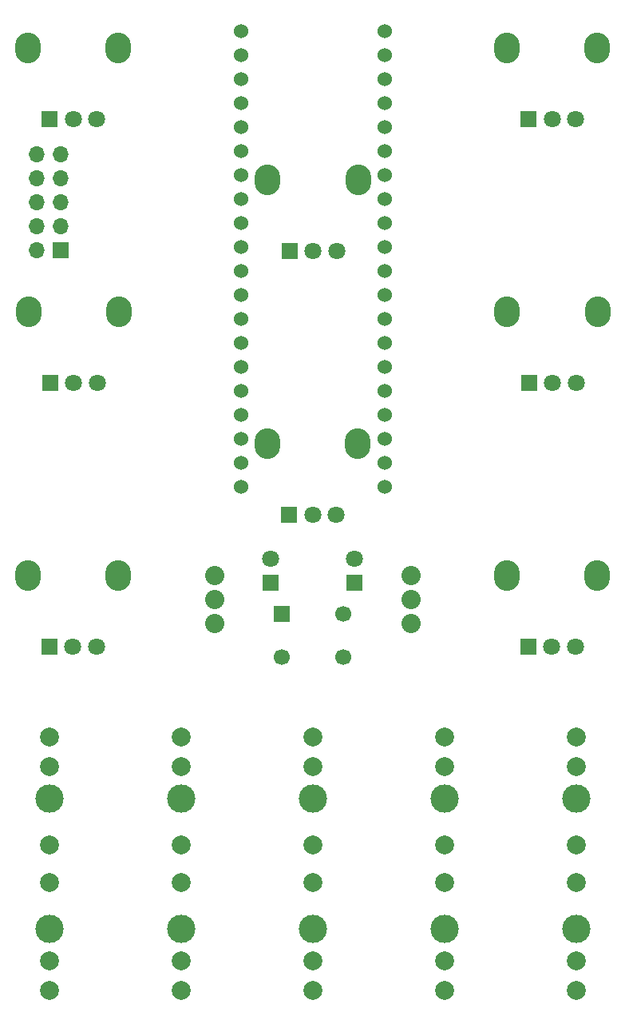
<source format=gbr>
%TF.GenerationSoftware,KiCad,Pcbnew,7.0.1*%
%TF.CreationDate,2024-01-09T19:15:50-05:00*%
%TF.ProjectId,daisy_euro,64616973-795f-4657-9572-6f2e6b696361,rev?*%
%TF.SameCoordinates,Original*%
%TF.FileFunction,Soldermask,Top*%
%TF.FilePolarity,Negative*%
%FSLAX46Y46*%
G04 Gerber Fmt 4.6, Leading zero omitted, Abs format (unit mm)*
G04 Created by KiCad (PCBNEW 7.0.1) date 2024-01-09 19:15:50*
%MOMM*%
%LPD*%
G01*
G04 APERTURE LIST*
%ADD10C,3.000000*%
%ADD11C,2.000000*%
%ADD12R,1.800000X1.800000*%
%ADD13C,1.800000*%
%ADD14R,1.700000X1.700000*%
%ADD15C,1.700000*%
%ADD16O,2.720000X3.240000*%
%ADD17C,2.032000*%
%ADD18O,1.700000X1.700000*%
%ADD19C,1.524000*%
G04 APERTURE END LIST*
D10*
%TO.C,J2*%
X49530000Y-128270000D03*
D11*
X49530000Y-121790000D03*
X49530000Y-133190000D03*
X49530000Y-124890000D03*
%TD*%
D12*
%TO.C,D3*%
X59055000Y-105415000D03*
D13*
X59055000Y-102875000D03*
%TD*%
D14*
%TO.C,SW1*%
X60250000Y-108748000D03*
D15*
X66750000Y-108748000D03*
X60250000Y-113248000D03*
X66750000Y-113248000D03*
%TD*%
D16*
%TO.C,RV2*%
X33340000Y-76708000D03*
X42940000Y-76708000D03*
D12*
X35640000Y-84208000D03*
D13*
X38140000Y-84208000D03*
X40640000Y-84208000D03*
%TD*%
D10*
%TO.C,J7*%
X49530000Y-142080000D03*
D11*
X49530000Y-148560000D03*
X49530000Y-137160000D03*
X49530000Y-145460000D03*
%TD*%
D10*
%TO.C,J1*%
X35560000Y-128270000D03*
D11*
X35560000Y-121790000D03*
X35560000Y-133190000D03*
X35560000Y-124890000D03*
%TD*%
D10*
%TO.C,J8*%
X63500000Y-142080000D03*
D11*
X63500000Y-148560000D03*
X63500000Y-137160000D03*
X63500000Y-145460000D03*
%TD*%
D16*
%TO.C,RV6*%
X84100000Y-48795000D03*
X93700000Y-48795000D03*
D12*
X86400000Y-56295000D03*
D13*
X88900000Y-56295000D03*
X91400000Y-56295000D03*
%TD*%
D10*
%TO.C,J4*%
X77470000Y-128270000D03*
D11*
X77470000Y-121790000D03*
X77470000Y-133190000D03*
X77470000Y-124890000D03*
%TD*%
D16*
%TO.C,RV3*%
X33274000Y-104648000D03*
X42874000Y-104648000D03*
D12*
X35574000Y-112148000D03*
D13*
X38074000Y-112148000D03*
X40574000Y-112148000D03*
%TD*%
D17*
%TO.C,SW2*%
X53086000Y-104648000D03*
X53086000Y-107188000D03*
X53086000Y-109728000D03*
%TD*%
%TO.C,SW3*%
X73914000Y-104648000D03*
X73914000Y-107188000D03*
X73914000Y-109728000D03*
%TD*%
D10*
%TO.C,J10*%
X91440000Y-142080000D03*
D11*
X91440000Y-148560000D03*
X91440000Y-137160000D03*
X91440000Y-145460000D03*
%TD*%
D10*
%TO.C,J6*%
X35560000Y-142080000D03*
D11*
X35560000Y-148560000D03*
X35560000Y-137160000D03*
X35560000Y-145460000D03*
%TD*%
D16*
%TO.C,RV7*%
X84126000Y-76711000D03*
X93726000Y-76711000D03*
D12*
X86426000Y-84211000D03*
D13*
X88926000Y-84211000D03*
X91426000Y-84211000D03*
%TD*%
D12*
%TO.C,D4*%
X67945000Y-105410000D03*
D13*
X67945000Y-102870000D03*
%TD*%
D16*
%TO.C,RV4*%
X58726000Y-62741000D03*
X68326000Y-62741000D03*
D12*
X61026000Y-70241000D03*
D13*
X63526000Y-70241000D03*
X66026000Y-70241000D03*
%TD*%
D10*
%TO.C,J9*%
X77470000Y-142080000D03*
D11*
X77470000Y-148560000D03*
X77470000Y-137160000D03*
X77470000Y-145460000D03*
%TD*%
D10*
%TO.C,J5*%
X91440000Y-128270000D03*
D11*
X91440000Y-121790000D03*
X91440000Y-133190000D03*
X91440000Y-124890000D03*
%TD*%
D16*
%TO.C,RV1*%
X33300000Y-48795000D03*
X42900000Y-48795000D03*
D12*
X35600000Y-56295000D03*
D13*
X38100000Y-56295000D03*
X40600000Y-56295000D03*
%TD*%
D16*
%TO.C,RV5*%
X58700000Y-90681000D03*
X68300000Y-90681000D03*
D12*
X61000000Y-98181000D03*
D13*
X63500000Y-98181000D03*
X66000000Y-98181000D03*
%TD*%
D10*
%TO.C,J3*%
X63500000Y-128270000D03*
D11*
X63500000Y-121790000D03*
X63500000Y-133190000D03*
X63500000Y-124890000D03*
%TD*%
D16*
%TO.C,RV8*%
X84074000Y-104648000D03*
X93674000Y-104648000D03*
D12*
X86374000Y-112148000D03*
D13*
X88874000Y-112148000D03*
X91374000Y-112148000D03*
%TD*%
D14*
%TO.C,J11*%
X36810000Y-70158000D03*
D18*
X34270000Y-70158000D03*
X36810000Y-67618000D03*
X34270000Y-67618000D03*
X36810000Y-65078000D03*
X34270000Y-65078000D03*
X36810000Y-62538000D03*
X34270000Y-62538000D03*
X36810000Y-59998000D03*
X34270000Y-59998000D03*
%TD*%
D19*
%TO.C,U1*%
X71120000Y-46990000D03*
X71120000Y-49530000D03*
X71120000Y-52070000D03*
X71120000Y-54610000D03*
X71120000Y-57150000D03*
X71120000Y-59690000D03*
X71120000Y-62230000D03*
X71120000Y-64770000D03*
X71120000Y-67310000D03*
X71120000Y-69850000D03*
X71120000Y-72390000D03*
X71120000Y-74930000D03*
X71120000Y-77470000D03*
X71120000Y-80010000D03*
X71120000Y-82550000D03*
X71120000Y-85090000D03*
X71120000Y-87630000D03*
X71120000Y-90170000D03*
X71120000Y-92710000D03*
X71120000Y-95250000D03*
X55880000Y-95250000D03*
X55880000Y-92710000D03*
X55880000Y-90170000D03*
X55880000Y-87630000D03*
X55880000Y-85090000D03*
X55880000Y-82550000D03*
X55880000Y-80010000D03*
X55880000Y-77470000D03*
X55880000Y-74930000D03*
X55880000Y-72390000D03*
X55880000Y-69850000D03*
X55880000Y-67310000D03*
X55880000Y-64770000D03*
X55880000Y-62230000D03*
X55880000Y-59690000D03*
X55880000Y-57150000D03*
X55880000Y-54610000D03*
X55880000Y-52070000D03*
X55880000Y-49530000D03*
X55880000Y-46990000D03*
%TD*%
M02*

</source>
